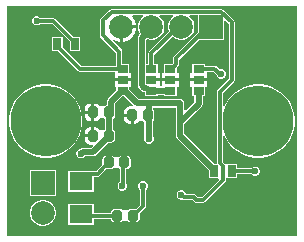
<source format=gbl>
G04*
G04 #@! TF.GenerationSoftware,Altium Limited,Altium Designer,24.2.2 (26)*
G04*
G04 Layer_Physical_Order=2*
G04 Layer_Color=16711680*
%FSLAX44Y44*%
%MOMM*%
G71*
G04*
G04 #@! TF.SameCoordinates,671ECA9C-2CDA-4785-821E-9719013758DC*
G04*
G04*
G04 #@! TF.FilePolarity,Positive*
G04*
G01*
G75*
%ADD36R,0.7000X1.0000*%
G04:AMPARAMS|DCode=39|XSize=0.95mm|YSize=0.85mm|CornerRadius=0.2125mm|HoleSize=0mm|Usage=FLASHONLY|Rotation=90.000|XOffset=0mm|YOffset=0mm|HoleType=Round|Shape=RoundedRectangle|*
%AMROUNDEDRECTD39*
21,1,0.9500,0.4250,0,0,90.0*
21,1,0.5250,0.8500,0,0,90.0*
1,1,0.4250,0.2125,0.2625*
1,1,0.4250,0.2125,-0.2625*
1,1,0.4250,-0.2125,-0.2625*
1,1,0.4250,-0.2125,0.2625*
%
%ADD39ROUNDEDRECTD39*%
%ADD40C,0.5000*%
%ADD41C,0.3000*%
%ADD42C,2.0000*%
%ADD43R,2.0000X2.0000*%
%ADD44R,2.0000X2.0000*%
%ADD45C,6.0000*%
%ADD46C,0.6000*%
%ADD47R,1.9500X1.6000*%
%ADD48R,0.9000X0.6400*%
G36*
X502500Y257500D02*
X257500D01*
Y452500D01*
X502500D01*
Y257500D01*
D02*
G37*
%LPC*%
G36*
X366740Y433556D02*
X355470D01*
Y422286D01*
X355851D01*
X359040Y423141D01*
X361900Y424791D01*
X364235Y427126D01*
X365885Y429986D01*
X366740Y433175D01*
Y433556D01*
D02*
G37*
G36*
X283296Y444000D02*
X281704D01*
X280234Y443391D01*
X279109Y442266D01*
X278500Y440796D01*
Y439204D01*
X279109Y437734D01*
X280234Y436609D01*
X281704Y436000D01*
X283296D01*
X284766Y436609D01*
X285608Y437451D01*
X295444D01*
X310500Y422395D01*
Y414000D01*
X319500D01*
Y426000D01*
X314105D01*
X298302Y441802D01*
X297475Y442355D01*
X296500Y442549D01*
X285608D01*
X284766Y443391D01*
X283296Y444000D01*
D02*
G37*
G36*
X425000Y403700D02*
X414000D01*
Y395740D01*
X412460D01*
Y391270D01*
X419500D01*
X426540D01*
Y395740D01*
X426540D01*
X426682Y396951D01*
X431819D01*
X434709Y394061D01*
X435259Y392734D01*
X436384Y391609D01*
X437854Y391000D01*
X439446D01*
X440916Y391609D01*
X442041Y392734D01*
X442650Y394204D01*
Y395796D01*
X442041Y397266D01*
X440916Y398391D01*
X439446Y399000D01*
X437854D01*
X437236Y398744D01*
X434678Y401302D01*
X433851Y401855D01*
X432875Y402049D01*
X425000D01*
Y403700D01*
D02*
G37*
G36*
X328730Y369881D02*
X327875D01*
X326055Y369519D01*
X324512Y368488D01*
X323481Y366945D01*
X323119Y365125D01*
Y363770D01*
X328730D01*
Y369881D01*
D02*
G37*
G36*
Y361230D02*
X323119D01*
Y359875D01*
X323481Y358055D01*
X324512Y356512D01*
X326055Y355481D01*
X327875Y355119D01*
X328730D01*
Y361230D01*
D02*
G37*
G36*
X361980Y358730D02*
X356369D01*
Y357375D01*
X356731Y355555D01*
X357762Y354012D01*
X359305Y352981D01*
X361125Y352619D01*
X361980D01*
Y358730D01*
D02*
G37*
G36*
X328730Y349881D02*
X327875D01*
X326055Y349519D01*
X324512Y348488D01*
X323481Y346945D01*
X323119Y345125D01*
Y343770D01*
X328730D01*
Y349881D01*
D02*
G37*
G36*
X358875Y325811D02*
X354625D01*
X353562Y325600D01*
X353406Y325569D01*
X352540Y325000D01*
Y325000D01*
X352540Y325000D01*
X347460D01*
X347460Y325000D01*
Y325000D01*
X346895Y325371D01*
X346594Y325569D01*
X346450Y325597D01*
X345375Y325811D01*
X341125D01*
X339906Y325569D01*
X338872Y324878D01*
X338181Y323844D01*
X337939Y322625D01*
Y318132D01*
X337731Y317924D01*
X337731Y317924D01*
X332902Y313095D01*
X330007D01*
X329776Y313049D01*
X326500D01*
X326254Y313000D01*
X309250D01*
Y295000D01*
X330750D01*
Y307997D01*
X333958D01*
X334933Y308191D01*
X335760Y308744D01*
X341205Y314189D01*
X345375D01*
X346438Y314400D01*
X346594Y314431D01*
X347460Y315000D01*
Y315000D01*
X347460Y315000D01*
X352540D01*
X353326Y314056D01*
Y303636D01*
X352734Y303391D01*
X351609Y302266D01*
X351000Y300796D01*
Y299204D01*
X351609Y297734D01*
X352734Y296609D01*
X354204Y296000D01*
X355796D01*
X357266Y296609D01*
X358391Y297734D01*
X359000Y299204D01*
Y300796D01*
X358424Y302186D01*
Y314189D01*
X358875D01*
X360094Y314431D01*
X361128Y315122D01*
X361819Y316156D01*
X362061Y317375D01*
Y322625D01*
X361819Y323844D01*
X361128Y324878D01*
X360094Y325569D01*
X358875Y325811D01*
D02*
G37*
G36*
X292440Y386000D02*
X287560D01*
X282741Y385237D01*
X278100Y383729D01*
X273752Y381514D01*
X269805Y378646D01*
X266355Y375195D01*
X263486Y371247D01*
X261271Y366900D01*
X259763Y362259D01*
X259000Y357440D01*
Y352560D01*
X259763Y347741D01*
X261271Y343100D01*
X263486Y338753D01*
X266355Y334805D01*
X269805Y331354D01*
X273752Y328486D01*
X278100Y326271D01*
X282741Y324763D01*
X287560Y324000D01*
X292440D01*
X297259Y324763D01*
X301900Y326271D01*
X306248Y328486D01*
X310195Y331354D01*
X313645Y334805D01*
X316514Y338753D01*
X318729Y343100D01*
X320237Y347741D01*
X321000Y352560D01*
Y357440D01*
X320237Y362259D01*
X318729Y366900D01*
X316514Y371247D01*
X313645Y375195D01*
X310195Y378646D01*
X306248Y381514D01*
X301900Y383729D01*
X297259Y385237D01*
X292440Y386000D01*
D02*
G37*
G36*
X438535Y450049D02*
X346122D01*
X345147Y449855D01*
X344320Y449302D01*
X336998Y441980D01*
X336445Y441153D01*
X336251Y440178D01*
Y427539D01*
X336445Y426563D01*
X336998Y425736D01*
X349951Y412783D01*
Y402049D01*
X320056D01*
X304500Y417605D01*
Y426000D01*
X295500D01*
Y414000D01*
X300895D01*
X317198Y397698D01*
X318025Y397145D01*
X319000Y396951D01*
X348318D01*
X348460Y395740D01*
X348460D01*
Y391270D01*
X355500D01*
X362540D01*
Y395740D01*
X361000D01*
Y403700D01*
X355049D01*
Y413839D01*
X354855Y414814D01*
X354302Y415641D01*
X346780Y423163D01*
X347560Y424180D01*
X349360Y423141D01*
X352549Y422286D01*
X352930D01*
Y434826D01*
X354200D01*
Y436096D01*
X366740D01*
Y436477D01*
X365885Y439666D01*
X364235Y442526D01*
X363079Y443681D01*
X363605Y444951D01*
X372684D01*
X373012Y443724D01*
X372846Y443628D01*
X370798Y441580D01*
X369350Y439072D01*
X368600Y436274D01*
Y433378D01*
X369350Y430580D01*
X370061Y429348D01*
X368977Y428264D01*
X368203Y427107D01*
X367931Y425741D01*
Y385350D01*
X368203Y383985D01*
X368977Y382827D01*
X371027Y380777D01*
X372185Y380003D01*
X373550Y379731D01*
X373922D01*
X374000Y379653D01*
Y376300D01*
X385000D01*
Y376931D01*
X390000D01*
Y376300D01*
X401000D01*
Y384260D01*
X402540D01*
Y388730D01*
X395500D01*
X388460D01*
Y384983D01*
X387500Y384417D01*
X386540Y384983D01*
Y388730D01*
X379500D01*
Y391270D01*
X386540D01*
Y395740D01*
X385000D01*
Y403700D01*
X382049D01*
Y411344D01*
X397487Y426782D01*
X398246Y426024D01*
X400754Y424576D01*
X403552Y423826D01*
X406448D01*
X409246Y424576D01*
X411754Y426024D01*
X413802Y428072D01*
X415250Y430580D01*
X416000Y433378D01*
Y436274D01*
X415250Y439072D01*
X413802Y441580D01*
X411754Y443628D01*
X411588Y443724D01*
X411916Y444951D01*
X419400D01*
Y430505D01*
X398790Y409895D01*
X398238Y409068D01*
X398044Y408093D01*
Y404348D01*
X397395Y403700D01*
X390000D01*
Y395740D01*
X388460D01*
Y391270D01*
X395500D01*
X402540D01*
Y395740D01*
X401000D01*
Y400095D01*
X402395Y401490D01*
X402948Y402317D01*
X403142Y403293D01*
Y407037D01*
X419931Y423826D01*
X441400D01*
Y439371D01*
X442573Y439857D01*
X444951Y437480D01*
Y391040D01*
X435698Y381787D01*
X435145Y380960D01*
X434951Y379984D01*
Y319536D01*
X433862Y318500D01*
X433047D01*
X407518Y344028D01*
Y352472D01*
X422023Y366977D01*
X422797Y368134D01*
X423069Y369500D01*
Y376300D01*
X425000D01*
Y384260D01*
X426540D01*
Y388730D01*
X419500D01*
X412460D01*
Y384260D01*
X414000D01*
Y376300D01*
X415931D01*
Y370978D01*
X408692Y363738D01*
X407518Y364224D01*
Y370000D01*
X407247Y371366D01*
X406473Y372523D01*
X405315Y373297D01*
X403950Y373569D01*
X368778D01*
X361000Y381347D01*
Y384260D01*
X362540D01*
Y388730D01*
X355500D01*
X348460D01*
Y384260D01*
X350000D01*
Y381347D01*
X342727Y374073D01*
X341953Y372916D01*
X341681Y371550D01*
Y368311D01*
X341375D01*
X340312Y368100D01*
X340156Y368069D01*
X339290Y367500D01*
Y367500D01*
X339290Y367500D01*
X336149D01*
X335488Y368488D01*
X333945Y369519D01*
X332125Y369881D01*
X331270D01*
Y362500D01*
Y355119D01*
X332125D01*
X333945Y355481D01*
X335488Y356512D01*
X336149Y357500D01*
X339290D01*
X339931Y356496D01*
Y348504D01*
X339290Y347500D01*
X336149D01*
X335488Y348488D01*
X333945Y349519D01*
X332125Y349881D01*
X331270D01*
Y342500D01*
X330000D01*
Y341230D01*
X323119D01*
Y339875D01*
X323481Y338055D01*
X324512Y336512D01*
X326055Y335481D01*
X327875Y335119D01*
X329912D01*
X330399Y333945D01*
X328995Y332542D01*
X321473D01*
X320108Y332270D01*
X318950Y331497D01*
X318776Y331323D01*
X317734Y330891D01*
X316609Y329766D01*
X316000Y328296D01*
Y326704D01*
X316609Y325234D01*
X317734Y324109D01*
X319204Y323500D01*
X320796D01*
X322266Y324109D01*
X323391Y325234D01*
X323462Y325405D01*
X330473D01*
X331839Y325676D01*
X332997Y326450D01*
X343236Y336689D01*
X345625D01*
X346844Y336931D01*
X347878Y337622D01*
X348569Y338656D01*
X348811Y339875D01*
Y345125D01*
X348569Y346344D01*
X347878Y347378D01*
X347069Y347919D01*
Y357081D01*
X347878Y357622D01*
X348569Y358656D01*
X348811Y359875D01*
Y364213D01*
X348819Y364250D01*
Y370072D01*
X355022Y376276D01*
X355145Y376300D01*
X355953D01*
X363602Y368651D01*
X363076Y367381D01*
X361125D01*
X359305Y367019D01*
X357762Y365988D01*
X356731Y364445D01*
X356369Y362625D01*
Y361270D01*
X363250D01*
Y360000D01*
X364520D01*
Y352619D01*
X365375D01*
X367195Y352981D01*
X368738Y354012D01*
X369399Y355000D01*
X372540D01*
X372688Y354911D01*
X373406Y354431D01*
X373523Y354408D01*
X373556Y354388D01*
Y340932D01*
X373500Y340796D01*
Y339204D01*
X374109Y337734D01*
X375234Y336609D01*
X376704Y336000D01*
X378296D01*
X379766Y336609D01*
X380891Y337734D01*
X381500Y339204D01*
Y340796D01*
X380891Y342266D01*
X380694Y342463D01*
Y354832D01*
X381128Y355122D01*
X381819Y356156D01*
X382061Y357375D01*
Y362625D01*
X381819Y363844D01*
X381128Y364878D01*
X381069Y364918D01*
Y366431D01*
X400381D01*
Y353950D01*
Y342550D01*
X400653Y341185D01*
X401426Y340027D01*
X428000Y313453D01*
Y306500D01*
X436099D01*
X436625Y305230D01*
X422424Y291029D01*
X418701D01*
X417283Y292446D01*
X416456Y292999D01*
X415481Y293193D01*
X409000D01*
Y293296D01*
X408391Y294766D01*
X407266Y295891D01*
X405796Y296500D01*
X404204D01*
X402734Y295891D01*
X401609Y294766D01*
X401000Y293296D01*
Y291704D01*
X401609Y290234D01*
X402734Y289109D01*
X404204Y288500D01*
X405565D01*
X405881Y288289D01*
X406856Y288095D01*
X414425D01*
X415843Y286677D01*
X416670Y286125D01*
X417645Y285931D01*
X423480D01*
X424455Y286125D01*
X425282Y286677D01*
X441802Y303198D01*
X442355Y304025D01*
X442549Y305000D01*
Y305417D01*
X443000Y306500D01*
X443819Y306500D01*
X452000D01*
Y309951D01*
X464392D01*
X465234Y309109D01*
X466704Y308500D01*
X468296D01*
X469766Y309109D01*
X470891Y310234D01*
X471500Y311704D01*
Y313296D01*
X470891Y314766D01*
X469766Y315891D01*
X468296Y316500D01*
X466704D01*
X465234Y315891D01*
X464392Y315049D01*
X452000D01*
Y318500D01*
X443454D01*
X443000Y318500D01*
X441844Y318776D01*
X441802Y318838D01*
X440049Y320591D01*
Y342906D01*
X441271Y343100D01*
X443486Y338753D01*
X446354Y334805D01*
X449805Y331354D01*
X453753Y328486D01*
X458100Y326271D01*
X462741Y324763D01*
X467560Y324000D01*
X472440D01*
X477259Y324763D01*
X481900Y326271D01*
X486247Y328486D01*
X490195Y331354D01*
X493646Y334805D01*
X496514Y338753D01*
X498729Y343100D01*
X500237Y347741D01*
X501000Y352560D01*
Y357440D01*
X500237Y362259D01*
X498729Y366900D01*
X496514Y371247D01*
X493646Y375195D01*
X490195Y378646D01*
X486247Y381514D01*
X481900Y383729D01*
X477259Y385237D01*
X472440Y386000D01*
X467560D01*
X462741Y385237D01*
X458100Y383729D01*
X453753Y381514D01*
X449805Y378646D01*
X446354Y375195D01*
X443486Y371247D01*
X441271Y366900D01*
X440049Y367094D01*
Y378928D01*
X449302Y388182D01*
X449855Y389009D01*
X450049Y389984D01*
Y438535D01*
X449855Y439511D01*
X449302Y440338D01*
X440338Y449302D01*
X439511Y449855D01*
X438535Y450049D01*
D02*
G37*
G36*
X298500Y313700D02*
X276500D01*
Y291700D01*
X298500D01*
Y313700D01*
D02*
G37*
G36*
X373295Y303999D02*
X371704D01*
X370233Y303390D01*
X369108Y302265D01*
X368499Y300795D01*
Y299204D01*
X369108Y297734D01*
X369950Y296891D01*
Y284305D01*
X366443Y280798D01*
X366375Y280811D01*
X362125D01*
X361062Y280600D01*
X360906Y280569D01*
X360040Y280000D01*
Y280000D01*
X360040Y280000D01*
X354960D01*
X354960Y280000D01*
Y280000D01*
X354395Y280371D01*
X354094Y280569D01*
X353950Y280597D01*
X352875Y280811D01*
X348625D01*
X347406Y280569D01*
X346372Y279878D01*
X345681Y278844D01*
X345439Y277625D01*
Y277549D01*
X330750D01*
Y285000D01*
X309250D01*
Y267000D01*
X330750D01*
Y272451D01*
X345439D01*
Y272375D01*
X345681Y271156D01*
X346372Y270122D01*
X347406Y269431D01*
X348625Y269189D01*
X352875D01*
X353938Y269400D01*
X354094Y269431D01*
X354960Y270000D01*
Y270000D01*
X354960Y270000D01*
X360040D01*
X360040Y270000D01*
Y270000D01*
X360605Y269629D01*
X360906Y269431D01*
X361050Y269403D01*
X362125Y269189D01*
X366375D01*
X367594Y269431D01*
X368628Y270122D01*
X369319Y271156D01*
X369561Y272375D01*
Y276707D01*
X374302Y281447D01*
X374854Y282274D01*
X375048Y283249D01*
Y296891D01*
X375890Y297734D01*
X376499Y299204D01*
Y300795D01*
X375890Y302265D01*
X374765Y303390D01*
X373295Y303999D01*
D02*
G37*
G36*
X288948Y288300D02*
X286052D01*
X283254Y287550D01*
X280746Y286102D01*
X278698Y284054D01*
X277250Y281546D01*
X276500Y278748D01*
Y275852D01*
X277250Y273054D01*
X278698Y270546D01*
X280746Y268498D01*
X283254Y267050D01*
X286052Y266300D01*
X288948D01*
X291746Y267050D01*
X294254Y268498D01*
X296302Y270546D01*
X297750Y273054D01*
X298500Y275852D01*
Y278748D01*
X297750Y281546D01*
X296302Y284054D01*
X294254Y286102D01*
X291746Y287550D01*
X288948Y288300D01*
D02*
G37*
%LPD*%
G36*
X398412Y443724D02*
X398246Y443628D01*
X396198Y441580D01*
X394750Y439072D01*
X394000Y436274D01*
Y433378D01*
X394607Y431112D01*
X377698Y414202D01*
X377145Y413375D01*
X376951Y412400D01*
Y403700D01*
X375069D01*
Y423337D01*
X376316Y424318D01*
X378152Y423826D01*
X381048D01*
X383846Y424576D01*
X386354Y426024D01*
X388402Y428072D01*
X389850Y430580D01*
X390600Y433378D01*
Y436274D01*
X389850Y439072D01*
X388402Y441580D01*
X386354Y443628D01*
X386188Y443724D01*
X386516Y444951D01*
X398084D01*
X398412Y443724D01*
D02*
G37*
D36*
X315000Y420000D02*
D03*
X300000D02*
D03*
X447500Y312500D02*
D03*
X432500D02*
D03*
D39*
X343250Y320000D02*
D03*
X356750D02*
D03*
X364250Y275000D02*
D03*
X350750D02*
D03*
X343500Y362500D02*
D03*
X330000D02*
D03*
X343500Y342500D02*
D03*
X330000D02*
D03*
X363250Y360000D02*
D03*
X376750D02*
D03*
D40*
X350750Y274500D02*
Y275000D01*
X376700Y430941D02*
Y435000D01*
X419500Y369500D02*
Y380500D01*
X381500D02*
X395500D01*
X379500Y380500D02*
X381500D01*
X378200D02*
X379500D01*
X381500D02*
X381500Y380500D01*
X403950Y353950D02*
X419500Y369500D01*
X403950Y342550D02*
Y353950D01*
Y370000D01*
X367300D02*
X377500D01*
X356800Y380500D02*
X367300Y370000D01*
X353500Y379800D02*
X354800D01*
X355500Y380500D01*
X377500Y370000D02*
X403950D01*
X377500Y360750D02*
Y370000D01*
X345250Y371550D02*
X353500Y379800D01*
X345250Y364250D02*
Y371550D01*
X343500Y362500D02*
X345250Y364250D01*
X343500Y342000D02*
Y362500D01*
X330473Y328973D02*
X343500Y342000D01*
X320000Y327500D02*
X321473Y328973D01*
X330473D01*
X432500Y312500D02*
Y314000D01*
X403950Y342550D02*
X432500Y314000D01*
X377125Y340375D02*
Y359625D01*
Y340375D02*
X377500Y340000D01*
X376750Y360000D02*
X377500Y360750D01*
X373550Y383300D02*
X375400D01*
X371500Y385350D02*
Y425741D01*
X376700Y430941D01*
X375400Y383300D02*
X378200Y380500D01*
X371500Y385350D02*
X373550Y383300D01*
X374500Y432800D02*
X376700Y435000D01*
D41*
X372499Y283249D02*
Y299999D01*
X367500Y278250D02*
X372499Y283249D01*
X364250Y275000D02*
Y275162D01*
X367338Y278250D01*
X367500D01*
X355000Y300000D02*
X355875Y300875D01*
Y319125D01*
X356750Y320000D01*
X350250Y275000D02*
X350750Y274500D01*
X320000Y276000D02*
X321000Y275000D01*
X350250D01*
X333958Y310546D02*
X339533Y316121D01*
X329961Y310500D02*
X330007Y310546D01*
X333958D01*
X326500Y310500D02*
X329961D01*
X320000Y304000D02*
X326500Y310500D01*
X339533Y316121D02*
X339533D01*
X343250Y319838D01*
Y320000D01*
X396800Y399500D02*
X400593Y403293D01*
Y408093D02*
X427500Y435000D01*
X400593Y403293D02*
Y408093D01*
X419500Y399500D02*
X432875D01*
X437375Y395000D01*
X438650D01*
X395500Y399500D02*
X396800D01*
X406856Y290644D02*
X415481D01*
X417645Y288480D01*
X423480D01*
X405000Y292500D02*
X406856Y290644D01*
X423480Y288480D02*
X440000Y305000D01*
X319000Y399500D02*
X354200D01*
X300000Y418500D02*
Y420000D01*
Y418500D02*
X319000Y399500D01*
X296500Y440000D02*
X315000Y421500D01*
X282500Y440000D02*
X296500D01*
X315000Y420000D02*
Y421500D01*
X437500Y319536D02*
X440000Y317036D01*
Y305000D02*
Y317036D01*
X437500Y319536D02*
Y379984D01*
X447500Y389984D01*
X438535Y447500D02*
X447500Y438535D01*
Y389984D02*
Y438535D01*
X346122Y447500D02*
X438535D01*
X338800Y440178D02*
X346122Y447500D01*
X338800Y427539D02*
Y440178D01*
Y427539D02*
X352500Y413839D01*
Y401200D02*
Y413839D01*
Y401200D02*
X354200Y399500D01*
X447500Y312500D02*
X467500D01*
X379500Y399500D02*
Y412400D01*
X402100Y435000D01*
D42*
X379600Y434826D02*
D03*
X405000D02*
D03*
X354200D02*
D03*
X287500Y277300D02*
D03*
D43*
X430400Y434826D02*
D03*
D44*
X287500Y302700D02*
D03*
D45*
X470000Y355000D02*
D03*
X290000D02*
D03*
D46*
X372499Y299999D02*
D03*
X355000Y300000D02*
D03*
X405000Y292500D02*
D03*
X282500Y440000D02*
D03*
X438650Y395000D02*
D03*
X320000Y327500D02*
D03*
X467500Y312500D02*
D03*
X377500Y340000D02*
D03*
D47*
X320000Y304000D02*
D03*
Y276000D02*
D03*
D48*
X419500Y380500D02*
D03*
Y399500D02*
D03*
Y390000D02*
D03*
X395500D02*
D03*
Y399500D02*
D03*
Y380500D02*
D03*
X379500Y380500D02*
D03*
Y399500D02*
D03*
Y390000D02*
D03*
X355500D02*
D03*
Y399500D02*
D03*
Y380500D02*
D03*
M02*

</source>
